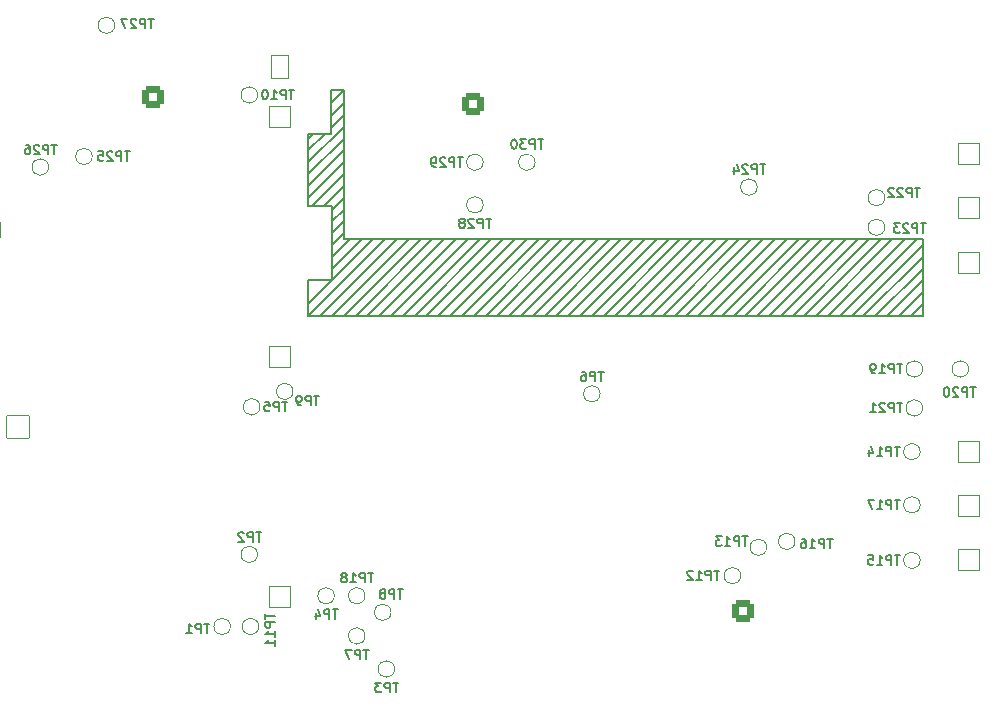
<source format=gbo>
%TF.GenerationSoftware,KiCad,Pcbnew,(6.0.7)*%
%TF.CreationDate,2022-08-15T19:03:41+05:00*%
%TF.ProjectId,RubyLink_revB,52756279-4c69-46e6-9b5f-726576422e6b,rev?*%
%TF.SameCoordinates,Original*%
%TF.FileFunction,Legend,Bot*%
%TF.FilePolarity,Positive*%
%FSLAX46Y46*%
G04 Gerber Fmt 4.6, Leading zero omitted, Abs format (unit mm)*
G04 Created by KiCad (PCBNEW (6.0.7)) date 2022-08-15 19:03:41*
%MOMM*%
%LPD*%
G01*
G04 APERTURE LIST*
G04 Aperture macros list*
%AMRoundRect*
0 Rectangle with rounded corners*
0 $1 Rounding radius*
0 $2 $3 $4 $5 $6 $7 $8 $9 X,Y pos of 4 corners*
0 Add a 4 corners polygon primitive as box body*
4,1,4,$2,$3,$4,$5,$6,$7,$8,$9,$2,$3,0*
0 Add four circle primitives for the rounded corners*
1,1,$1+$1,$2,$3*
1,1,$1+$1,$4,$5*
1,1,$1+$1,$6,$7*
1,1,$1+$1,$8,$9*
0 Add four rect primitives between the rounded corners*
20,1,$1+$1,$2,$3,$4,$5,0*
20,1,$1+$1,$4,$5,$6,$7,0*
20,1,$1+$1,$6,$7,$8,$9,0*
20,1,$1+$1,$8,$9,$2,$3,0*%
G04 Aperture macros list end*
%ADD10C,0.150000*%
%ADD11C,0.153000*%
%ADD12C,0.120000*%
%ADD13C,2.800000*%
%ADD14RoundRect,0.050000X0.900000X0.900000X-0.900000X0.900000X-0.900000X-0.900000X0.900000X-0.900000X0*%
%ADD15C,1.900000*%
%ADD16RoundRect,0.300000X0.600000X-0.600000X0.600000X0.600000X-0.600000X0.600000X-0.600000X-0.600000X0*%
%ADD17C,1.800000*%
%ADD18RoundRect,0.050000X-0.750000X-1.000000X0.750000X-1.000000X0.750000X1.000000X-0.750000X1.000000X0*%
%ADD19O,1.600000X2.100000*%
%ADD20RoundRect,0.050000X-0.714000X0.714000X-0.714000X-0.714000X0.714000X-0.714000X0.714000X0.714000X0*%
%ADD21C,1.528000*%
%ADD22C,3.416000*%
%ADD23C,2.474900*%
%ADD24C,1.090600*%
%ADD25RoundRect,0.300000X-0.600000X0.600000X-0.600000X-0.600000X0.600000X-0.600000X0.600000X0.600000X0*%
%ADD26C,3.350000*%
%ADD27C,2.700000*%
%ADD28C,1.990000*%
%ADD29RoundRect,0.050000X-0.950000X0.950000X-0.950000X-0.950000X0.950000X-0.950000X0.950000X0.950000X0*%
%ADD30C,2.000000*%
%ADD31RoundRect,0.300000X-0.600000X-0.600000X0.600000X-0.600000X0.600000X0.600000X-0.600000X0.600000X0*%
%ADD32C,1.100000*%
G04 APERTURE END LIST*
D10*
X165060000Y-65870000D02*
X158560000Y-72370000D01*
X127560000Y-67370000D02*
X129060000Y-65870000D01*
X125560000Y-71370000D02*
X131060000Y-65870000D01*
X158060000Y-65870000D02*
X151560000Y-72370000D01*
X147060000Y-65870000D02*
X140560000Y-72370000D01*
X174560000Y-72370000D02*
X177560000Y-69370000D01*
X177560000Y-65870000D02*
X177560000Y-72370000D01*
X125560000Y-72370000D02*
X125560000Y-69370000D01*
X137060000Y-65870000D02*
X130560000Y-72370000D01*
X126960000Y-56970000D02*
X125560000Y-58370000D01*
X155060000Y-65870000D02*
X148560000Y-72370000D01*
X144060000Y-65870000D02*
X137560000Y-72370000D01*
X164060000Y-65870000D02*
X157560000Y-72370000D01*
X143060000Y-65870000D02*
X136560000Y-72370000D01*
X164560000Y-72370000D02*
X171060000Y-65870000D01*
X126560000Y-72370000D02*
X133060000Y-65870000D01*
X140060000Y-65870000D02*
X133560000Y-72370000D01*
X127560000Y-64370000D02*
X128560000Y-63370000D01*
X166560000Y-72370000D02*
X173060000Y-65870000D01*
X146060000Y-65870000D02*
X139560000Y-72370000D01*
X128560000Y-64370000D02*
X127560000Y-65370000D01*
X171560000Y-72370000D02*
X177560000Y-66370000D01*
X127560000Y-63070000D02*
X127560000Y-69370000D01*
X127560000Y-63070000D02*
X125560000Y-63070000D01*
X125560000Y-63070000D02*
X125560000Y-56970000D01*
X151060000Y-65870000D02*
X144560000Y-72370000D01*
X160560000Y-72370000D02*
X167060000Y-65870000D01*
X161560000Y-72370000D02*
X168060000Y-65870000D01*
X175560000Y-72370000D02*
X177560000Y-70370000D01*
X173560000Y-72370000D02*
X177560000Y-68370000D01*
X132060000Y-65870000D02*
X125560000Y-72370000D01*
X127560000Y-66370000D02*
X128560000Y-65370000D01*
X153060000Y-65870000D02*
X146560000Y-72370000D01*
X135060000Y-65870000D02*
X128560000Y-72370000D01*
X160060000Y-65870000D02*
X153560000Y-72370000D01*
X152060000Y-65870000D02*
X145560000Y-72370000D01*
X128560000Y-57370000D02*
X125560000Y-60370000D01*
X134060000Y-65870000D02*
X127560000Y-72370000D01*
X177560000Y-72370000D02*
X125560000Y-72370000D01*
X177560000Y-65870000D02*
X128560000Y-65870000D01*
X127460000Y-56970000D02*
X127460000Y-53220000D01*
X128560000Y-62370000D02*
X127560000Y-63370000D01*
X159060000Y-65870000D02*
X152560000Y-72370000D01*
X162560000Y-72370000D02*
X169060000Y-65870000D01*
X128560000Y-55370000D02*
X127460000Y-56470000D01*
X163060000Y-65870000D02*
X156560000Y-72370000D01*
X156060000Y-65870000D02*
X149560000Y-72370000D01*
X169560000Y-72370000D02*
X176060000Y-65870000D01*
X161060000Y-65870000D02*
X154560000Y-72370000D01*
X149060000Y-65870000D02*
X142560000Y-72370000D01*
X162060000Y-65870000D02*
X155560000Y-72370000D01*
X127460000Y-56970000D02*
X125560000Y-56970000D01*
X145060000Y-65870000D02*
X138560000Y-72370000D01*
X142060000Y-65870000D02*
X135560000Y-72370000D01*
X130060000Y-65870000D02*
X127560000Y-68370000D01*
X127560000Y-69370000D02*
X125560000Y-69370000D01*
X163560000Y-72370000D02*
X170060000Y-65870000D01*
X170560000Y-72370000D02*
X177060000Y-65870000D01*
X138060000Y-65870000D02*
X131560000Y-72370000D01*
X128560000Y-58370000D02*
X125560000Y-61370000D01*
X128560000Y-53220000D02*
X127460000Y-54320000D01*
X141060000Y-65870000D02*
X134560000Y-72370000D01*
X176560000Y-72370000D02*
X177560000Y-71370000D01*
X129560000Y-72370000D02*
X136060000Y-65870000D01*
X126860000Y-63070000D02*
X128560000Y-61370000D01*
X154060000Y-65870000D02*
X147560000Y-72370000D01*
X148060000Y-65870000D02*
X141560000Y-72370000D01*
X150060000Y-65870000D02*
X143560000Y-72370000D01*
X172560000Y-72370000D02*
X177560000Y-67370000D01*
X125960000Y-56970000D02*
X125560000Y-57370000D01*
X128560000Y-59370000D02*
X125560000Y-62370000D01*
X139060000Y-65870000D02*
X132560000Y-72370000D01*
X128560000Y-54320000D02*
X127460000Y-55420000D01*
X128560000Y-56370000D02*
X125560000Y-59370000D01*
X165560000Y-72370000D02*
X172060000Y-65870000D01*
X166060000Y-65870000D02*
X159560000Y-72370000D01*
X168510000Y-72370000D02*
X175010000Y-65870000D01*
X157060000Y-65870000D02*
X150560000Y-72370000D01*
X128560000Y-60370000D02*
X125860000Y-63070000D01*
X128560000Y-53220000D02*
X127460000Y-53220000D01*
X167560000Y-72370000D02*
X174060000Y-65870000D01*
X128560000Y-53220000D02*
X128560000Y-65870000D01*
D11*
X130669523Y-100631904D02*
X130212380Y-100631904D01*
X130440952Y-101431904D02*
X130440952Y-100631904D01*
X129945714Y-101431904D02*
X129945714Y-100631904D01*
X129640952Y-100631904D01*
X129564761Y-100670000D01*
X129526666Y-100708095D01*
X129488571Y-100784285D01*
X129488571Y-100898571D01*
X129526666Y-100974761D01*
X129564761Y-101012857D01*
X129640952Y-101050952D01*
X129945714Y-101050952D01*
X129221904Y-100631904D02*
X128688571Y-100631904D01*
X129031428Y-101431904D01*
X121569523Y-90683904D02*
X121112380Y-90683904D01*
X121340952Y-91483904D02*
X121340952Y-90683904D01*
X120845714Y-91483904D02*
X120845714Y-90683904D01*
X120540952Y-90683904D01*
X120464761Y-90722000D01*
X120426666Y-90760095D01*
X120388571Y-90836285D01*
X120388571Y-90950571D01*
X120426666Y-91026761D01*
X120464761Y-91064857D01*
X120540952Y-91102952D01*
X120845714Y-91102952D01*
X120083809Y-90760095D02*
X120045714Y-90722000D01*
X119969523Y-90683904D01*
X119779047Y-90683904D01*
X119702857Y-90722000D01*
X119664761Y-90760095D01*
X119626666Y-90836285D01*
X119626666Y-90912476D01*
X119664761Y-91026761D01*
X120121904Y-91483904D01*
X119626666Y-91483904D01*
X182050476Y-78431904D02*
X181593333Y-78431904D01*
X181821904Y-79231904D02*
X181821904Y-78431904D01*
X181326666Y-79231904D02*
X181326666Y-78431904D01*
X181021904Y-78431904D01*
X180945714Y-78470000D01*
X180907619Y-78508095D01*
X180869523Y-78584285D01*
X180869523Y-78698571D01*
X180907619Y-78774761D01*
X180945714Y-78812857D01*
X181021904Y-78850952D01*
X181326666Y-78850952D01*
X180564761Y-78508095D02*
X180526666Y-78470000D01*
X180450476Y-78431904D01*
X180260000Y-78431904D01*
X180183809Y-78470000D01*
X180145714Y-78508095D01*
X180107619Y-78584285D01*
X180107619Y-78660476D01*
X180145714Y-78774761D01*
X180602857Y-79231904D01*
X180107619Y-79231904D01*
X179612380Y-78431904D02*
X179536190Y-78431904D01*
X179460000Y-78470000D01*
X179421904Y-78508095D01*
X179383809Y-78584285D01*
X179345714Y-78736666D01*
X179345714Y-78927142D01*
X179383809Y-79079523D01*
X179421904Y-79155714D01*
X179460000Y-79193809D01*
X179536190Y-79231904D01*
X179612380Y-79231904D01*
X179688571Y-79193809D01*
X179726666Y-79155714D01*
X179764761Y-79079523D01*
X179802857Y-78927142D01*
X179802857Y-78736666D01*
X179764761Y-78584285D01*
X179726666Y-78508095D01*
X179688571Y-78470000D01*
X179612380Y-78431904D01*
X117169523Y-98431904D02*
X116712380Y-98431904D01*
X116940952Y-99231904D02*
X116940952Y-98431904D01*
X116445714Y-99231904D02*
X116445714Y-98431904D01*
X116140952Y-98431904D01*
X116064761Y-98470000D01*
X116026666Y-98508095D01*
X115988571Y-98584285D01*
X115988571Y-98698571D01*
X116026666Y-98774761D01*
X116064761Y-98812857D01*
X116140952Y-98850952D01*
X116445714Y-98850952D01*
X115226666Y-99231904D02*
X115683809Y-99231904D01*
X115455238Y-99231904D02*
X115455238Y-98431904D01*
X115531428Y-98546190D01*
X115607619Y-98622380D01*
X115683809Y-98660476D01*
X138650476Y-58931904D02*
X138193333Y-58931904D01*
X138421904Y-59731904D02*
X138421904Y-58931904D01*
X137926666Y-59731904D02*
X137926666Y-58931904D01*
X137621904Y-58931904D01*
X137545714Y-58970000D01*
X137507619Y-59008095D01*
X137469523Y-59084285D01*
X137469523Y-59198571D01*
X137507619Y-59274761D01*
X137545714Y-59312857D01*
X137621904Y-59350952D01*
X137926666Y-59350952D01*
X137164761Y-59008095D02*
X137126666Y-58970000D01*
X137050476Y-58931904D01*
X136860000Y-58931904D01*
X136783809Y-58970000D01*
X136745714Y-59008095D01*
X136707619Y-59084285D01*
X136707619Y-59160476D01*
X136745714Y-59274761D01*
X137202857Y-59731904D01*
X136707619Y-59731904D01*
X136326666Y-59731904D02*
X136174285Y-59731904D01*
X136098095Y-59693809D01*
X136060000Y-59655714D01*
X135983809Y-59541428D01*
X135945714Y-59389047D01*
X135945714Y-59084285D01*
X135983809Y-59008095D01*
X136021904Y-58970000D01*
X136098095Y-58931904D01*
X136250476Y-58931904D01*
X136326666Y-58970000D01*
X136364761Y-59008095D01*
X136402857Y-59084285D01*
X136402857Y-59274761D01*
X136364761Y-59350952D01*
X136326666Y-59389047D01*
X136250476Y-59427142D01*
X136098095Y-59427142D01*
X136021904Y-59389047D01*
X135983809Y-59350952D01*
X135945714Y-59274761D01*
X131050476Y-94131904D02*
X130593333Y-94131904D01*
X130821904Y-94931904D02*
X130821904Y-94131904D01*
X130326666Y-94931904D02*
X130326666Y-94131904D01*
X130021904Y-94131904D01*
X129945714Y-94170000D01*
X129907619Y-94208095D01*
X129869523Y-94284285D01*
X129869523Y-94398571D01*
X129907619Y-94474761D01*
X129945714Y-94512857D01*
X130021904Y-94550952D01*
X130326666Y-94550952D01*
X129107619Y-94931904D02*
X129564761Y-94931904D01*
X129336190Y-94931904D02*
X129336190Y-94131904D01*
X129412380Y-94246190D01*
X129488571Y-94322380D01*
X129564761Y-94360476D01*
X128650476Y-94474761D02*
X128726666Y-94436666D01*
X128764761Y-94398571D01*
X128802857Y-94322380D01*
X128802857Y-94284285D01*
X128764761Y-94208095D01*
X128726666Y-94170000D01*
X128650476Y-94131904D01*
X128498095Y-94131904D01*
X128421904Y-94170000D01*
X128383809Y-94208095D01*
X128345714Y-94284285D01*
X128345714Y-94322380D01*
X128383809Y-94398571D01*
X128421904Y-94436666D01*
X128498095Y-94474761D01*
X128650476Y-94474761D01*
X128726666Y-94512857D01*
X128764761Y-94550952D01*
X128802857Y-94627142D01*
X128802857Y-94779523D01*
X128764761Y-94855714D01*
X128726666Y-94893809D01*
X128650476Y-94931904D01*
X128498095Y-94931904D01*
X128421904Y-94893809D01*
X128383809Y-94855714D01*
X128345714Y-94779523D01*
X128345714Y-94627142D01*
X128383809Y-94550952D01*
X128421904Y-94512857D01*
X128498095Y-94474761D01*
X145450476Y-57431904D02*
X144993333Y-57431904D01*
X145221904Y-58231904D02*
X145221904Y-57431904D01*
X144726666Y-58231904D02*
X144726666Y-57431904D01*
X144421904Y-57431904D01*
X144345714Y-57470000D01*
X144307619Y-57508095D01*
X144269523Y-57584285D01*
X144269523Y-57698571D01*
X144307619Y-57774761D01*
X144345714Y-57812857D01*
X144421904Y-57850952D01*
X144726666Y-57850952D01*
X144002857Y-57431904D02*
X143507619Y-57431904D01*
X143774285Y-57736666D01*
X143660000Y-57736666D01*
X143583809Y-57774761D01*
X143545714Y-57812857D01*
X143507619Y-57889047D01*
X143507619Y-58079523D01*
X143545714Y-58155714D01*
X143583809Y-58193809D01*
X143660000Y-58231904D01*
X143888571Y-58231904D01*
X143964761Y-58193809D01*
X144002857Y-58155714D01*
X143012380Y-57431904D02*
X142936190Y-57431904D01*
X142860000Y-57470000D01*
X142821904Y-57508095D01*
X142783809Y-57584285D01*
X142745714Y-57736666D01*
X142745714Y-57927142D01*
X142783809Y-58079523D01*
X142821904Y-58155714D01*
X142860000Y-58193809D01*
X142936190Y-58231904D01*
X143012380Y-58231904D01*
X143088571Y-58193809D01*
X143126666Y-58155714D01*
X143164761Y-58079523D01*
X143202857Y-57927142D01*
X143202857Y-57736666D01*
X143164761Y-57584285D01*
X143126666Y-57508095D01*
X143088571Y-57470000D01*
X143012380Y-57431904D01*
X177350476Y-61531904D02*
X176893333Y-61531904D01*
X177121904Y-62331904D02*
X177121904Y-61531904D01*
X176626666Y-62331904D02*
X176626666Y-61531904D01*
X176321904Y-61531904D01*
X176245714Y-61570000D01*
X176207619Y-61608095D01*
X176169523Y-61684285D01*
X176169523Y-61798571D01*
X176207619Y-61874761D01*
X176245714Y-61912857D01*
X176321904Y-61950952D01*
X176626666Y-61950952D01*
X175864761Y-61608095D02*
X175826666Y-61570000D01*
X175750476Y-61531904D01*
X175560000Y-61531904D01*
X175483809Y-61570000D01*
X175445714Y-61608095D01*
X175407619Y-61684285D01*
X175407619Y-61760476D01*
X175445714Y-61874761D01*
X175902857Y-62331904D01*
X175407619Y-62331904D01*
X175102857Y-61608095D02*
X175064761Y-61570000D01*
X174988571Y-61531904D01*
X174798095Y-61531904D01*
X174721904Y-61570000D01*
X174683809Y-61608095D01*
X174645714Y-61684285D01*
X174645714Y-61760476D01*
X174683809Y-61874761D01*
X175140952Y-62331904D01*
X174645714Y-62331904D01*
X133569523Y-95531904D02*
X133112380Y-95531904D01*
X133340952Y-96331904D02*
X133340952Y-95531904D01*
X132845714Y-96331904D02*
X132845714Y-95531904D01*
X132540952Y-95531904D01*
X132464761Y-95570000D01*
X132426666Y-95608095D01*
X132388571Y-95684285D01*
X132388571Y-95798571D01*
X132426666Y-95874761D01*
X132464761Y-95912857D01*
X132540952Y-95950952D01*
X132845714Y-95950952D01*
X131931428Y-95874761D02*
X132007619Y-95836666D01*
X132045714Y-95798571D01*
X132083809Y-95722380D01*
X132083809Y-95684285D01*
X132045714Y-95608095D01*
X132007619Y-95570000D01*
X131931428Y-95531904D01*
X131779047Y-95531904D01*
X131702857Y-95570000D01*
X131664761Y-95608095D01*
X131626666Y-95684285D01*
X131626666Y-95722380D01*
X131664761Y-95798571D01*
X131702857Y-95836666D01*
X131779047Y-95874761D01*
X131931428Y-95874761D01*
X132007619Y-95912857D01*
X132045714Y-95950952D01*
X132083809Y-96027142D01*
X132083809Y-96179523D01*
X132045714Y-96255714D01*
X132007619Y-96293809D01*
X131931428Y-96331904D01*
X131779047Y-96331904D01*
X131702857Y-96293809D01*
X131664761Y-96255714D01*
X131626666Y-96179523D01*
X131626666Y-96027142D01*
X131664761Y-95950952D01*
X131702857Y-95912857D01*
X131779047Y-95874761D01*
X126469523Y-79131904D02*
X126012380Y-79131904D01*
X126240952Y-79931904D02*
X126240952Y-79131904D01*
X125745714Y-79931904D02*
X125745714Y-79131904D01*
X125440952Y-79131904D01*
X125364761Y-79170000D01*
X125326666Y-79208095D01*
X125288571Y-79284285D01*
X125288571Y-79398571D01*
X125326666Y-79474761D01*
X125364761Y-79512857D01*
X125440952Y-79550952D01*
X125745714Y-79550952D01*
X124907619Y-79931904D02*
X124755238Y-79931904D01*
X124679047Y-79893809D01*
X124640952Y-79855714D01*
X124564761Y-79741428D01*
X124526666Y-79589047D01*
X124526666Y-79284285D01*
X124564761Y-79208095D01*
X124602857Y-79170000D01*
X124679047Y-79131904D01*
X124831428Y-79131904D01*
X124907619Y-79170000D01*
X124945714Y-79208095D01*
X124983809Y-79284285D01*
X124983809Y-79474761D01*
X124945714Y-79550952D01*
X124907619Y-79589047D01*
X124831428Y-79627142D01*
X124679047Y-79627142D01*
X124602857Y-79589047D01*
X124564761Y-79550952D01*
X124526666Y-79474761D01*
X169950476Y-91231904D02*
X169493333Y-91231904D01*
X169721904Y-92031904D02*
X169721904Y-91231904D01*
X169226666Y-92031904D02*
X169226666Y-91231904D01*
X168921904Y-91231904D01*
X168845714Y-91270000D01*
X168807619Y-91308095D01*
X168769523Y-91384285D01*
X168769523Y-91498571D01*
X168807619Y-91574761D01*
X168845714Y-91612857D01*
X168921904Y-91650952D01*
X169226666Y-91650952D01*
X168007619Y-92031904D02*
X168464761Y-92031904D01*
X168236190Y-92031904D02*
X168236190Y-91231904D01*
X168312380Y-91346190D01*
X168388571Y-91422380D01*
X168464761Y-91460476D01*
X167321904Y-91231904D02*
X167474285Y-91231904D01*
X167550476Y-91270000D01*
X167588571Y-91308095D01*
X167664761Y-91422380D01*
X167702857Y-91574761D01*
X167702857Y-91879523D01*
X167664761Y-91955714D01*
X167626666Y-91993809D01*
X167550476Y-92031904D01*
X167398095Y-92031904D01*
X167321904Y-91993809D01*
X167283809Y-91955714D01*
X167245714Y-91879523D01*
X167245714Y-91689047D01*
X167283809Y-91612857D01*
X167321904Y-91574761D01*
X167398095Y-91536666D01*
X167550476Y-91536666D01*
X167626666Y-91574761D01*
X167664761Y-91612857D01*
X167702857Y-91689047D01*
X110450476Y-58431904D02*
X109993333Y-58431904D01*
X110221904Y-59231904D02*
X110221904Y-58431904D01*
X109726666Y-59231904D02*
X109726666Y-58431904D01*
X109421904Y-58431904D01*
X109345714Y-58470000D01*
X109307619Y-58508095D01*
X109269523Y-58584285D01*
X109269523Y-58698571D01*
X109307619Y-58774761D01*
X109345714Y-58812857D01*
X109421904Y-58850952D01*
X109726666Y-58850952D01*
X108964761Y-58508095D02*
X108926666Y-58470000D01*
X108850476Y-58431904D01*
X108660000Y-58431904D01*
X108583809Y-58470000D01*
X108545714Y-58508095D01*
X108507619Y-58584285D01*
X108507619Y-58660476D01*
X108545714Y-58774761D01*
X109002857Y-59231904D01*
X108507619Y-59231904D01*
X107783809Y-58431904D02*
X108164761Y-58431904D01*
X108202857Y-58812857D01*
X108164761Y-58774761D01*
X108088571Y-58736666D01*
X107898095Y-58736666D01*
X107821904Y-58774761D01*
X107783809Y-58812857D01*
X107745714Y-58889047D01*
X107745714Y-59079523D01*
X107783809Y-59155714D01*
X107821904Y-59193809D01*
X107898095Y-59231904D01*
X108088571Y-59231904D01*
X108164761Y-59193809D01*
X108202857Y-59155714D01*
X123769523Y-79631904D02*
X123312380Y-79631904D01*
X123540952Y-80431904D02*
X123540952Y-79631904D01*
X123045714Y-80431904D02*
X123045714Y-79631904D01*
X122740952Y-79631904D01*
X122664761Y-79670000D01*
X122626666Y-79708095D01*
X122588571Y-79784285D01*
X122588571Y-79898571D01*
X122626666Y-79974761D01*
X122664761Y-80012857D01*
X122740952Y-80050952D01*
X123045714Y-80050952D01*
X121864761Y-79631904D02*
X122245714Y-79631904D01*
X122283809Y-80012857D01*
X122245714Y-79974761D01*
X122169523Y-79936666D01*
X121979047Y-79936666D01*
X121902857Y-79974761D01*
X121864761Y-80012857D01*
X121826666Y-80089047D01*
X121826666Y-80279523D01*
X121864761Y-80355714D01*
X121902857Y-80393809D01*
X121979047Y-80431904D01*
X122169523Y-80431904D01*
X122245714Y-80393809D01*
X122283809Y-80355714D01*
X177850476Y-64531904D02*
X177393333Y-64531904D01*
X177621904Y-65331904D02*
X177621904Y-64531904D01*
X177126666Y-65331904D02*
X177126666Y-64531904D01*
X176821904Y-64531904D01*
X176745714Y-64570000D01*
X176707619Y-64608095D01*
X176669523Y-64684285D01*
X176669523Y-64798571D01*
X176707619Y-64874761D01*
X176745714Y-64912857D01*
X176821904Y-64950952D01*
X177126666Y-64950952D01*
X176364761Y-64608095D02*
X176326666Y-64570000D01*
X176250476Y-64531904D01*
X176060000Y-64531904D01*
X175983809Y-64570000D01*
X175945714Y-64608095D01*
X175907619Y-64684285D01*
X175907619Y-64760476D01*
X175945714Y-64874761D01*
X176402857Y-65331904D01*
X175907619Y-65331904D01*
X175640952Y-64531904D02*
X175145714Y-64531904D01*
X175412380Y-64836666D01*
X175298095Y-64836666D01*
X175221904Y-64874761D01*
X175183809Y-64912857D01*
X175145714Y-64989047D01*
X175145714Y-65179523D01*
X175183809Y-65255714D01*
X175221904Y-65293809D01*
X175298095Y-65331904D01*
X175526666Y-65331904D01*
X175602857Y-65293809D01*
X175640952Y-65255714D01*
X112450476Y-47231904D02*
X111993333Y-47231904D01*
X112221904Y-48031904D02*
X112221904Y-47231904D01*
X111726666Y-48031904D02*
X111726666Y-47231904D01*
X111421904Y-47231904D01*
X111345714Y-47270000D01*
X111307619Y-47308095D01*
X111269523Y-47384285D01*
X111269523Y-47498571D01*
X111307619Y-47574761D01*
X111345714Y-47612857D01*
X111421904Y-47650952D01*
X111726666Y-47650952D01*
X110964761Y-47308095D02*
X110926666Y-47270000D01*
X110850476Y-47231904D01*
X110660000Y-47231904D01*
X110583809Y-47270000D01*
X110545714Y-47308095D01*
X110507619Y-47384285D01*
X110507619Y-47460476D01*
X110545714Y-47574761D01*
X111002857Y-48031904D01*
X110507619Y-48031904D01*
X110240952Y-47231904D02*
X109707619Y-47231904D01*
X110050476Y-48031904D01*
X162750476Y-91031904D02*
X162293333Y-91031904D01*
X162521904Y-91831904D02*
X162521904Y-91031904D01*
X162026666Y-91831904D02*
X162026666Y-91031904D01*
X161721904Y-91031904D01*
X161645714Y-91070000D01*
X161607619Y-91108095D01*
X161569523Y-91184285D01*
X161569523Y-91298571D01*
X161607619Y-91374761D01*
X161645714Y-91412857D01*
X161721904Y-91450952D01*
X162026666Y-91450952D01*
X160807619Y-91831904D02*
X161264761Y-91831904D01*
X161036190Y-91831904D02*
X161036190Y-91031904D01*
X161112380Y-91146190D01*
X161188571Y-91222380D01*
X161264761Y-91260476D01*
X160540952Y-91031904D02*
X160045714Y-91031904D01*
X160312380Y-91336666D01*
X160198095Y-91336666D01*
X160121904Y-91374761D01*
X160083809Y-91412857D01*
X160045714Y-91489047D01*
X160045714Y-91679523D01*
X160083809Y-91755714D01*
X160121904Y-91793809D01*
X160198095Y-91831904D01*
X160426666Y-91831904D01*
X160502857Y-91793809D01*
X160540952Y-91755714D01*
X175650476Y-92631904D02*
X175193333Y-92631904D01*
X175421904Y-93431904D02*
X175421904Y-92631904D01*
X174926666Y-93431904D02*
X174926666Y-92631904D01*
X174621904Y-92631904D01*
X174545714Y-92670000D01*
X174507619Y-92708095D01*
X174469523Y-92784285D01*
X174469523Y-92898571D01*
X174507619Y-92974761D01*
X174545714Y-93012857D01*
X174621904Y-93050952D01*
X174926666Y-93050952D01*
X173707619Y-93431904D02*
X174164761Y-93431904D01*
X173936190Y-93431904D02*
X173936190Y-92631904D01*
X174012380Y-92746190D01*
X174088571Y-92822380D01*
X174164761Y-92860476D01*
X172983809Y-92631904D02*
X173364761Y-92631904D01*
X173402857Y-93012857D01*
X173364761Y-92974761D01*
X173288571Y-92936666D01*
X173098095Y-92936666D01*
X173021904Y-92974761D01*
X172983809Y-93012857D01*
X172945714Y-93089047D01*
X172945714Y-93279523D01*
X172983809Y-93355714D01*
X173021904Y-93393809D01*
X173098095Y-93431904D01*
X173288571Y-93431904D01*
X173364761Y-93393809D01*
X173402857Y-93355714D01*
X150569523Y-77083904D02*
X150112380Y-77083904D01*
X150340952Y-77883904D02*
X150340952Y-77083904D01*
X149845714Y-77883904D02*
X149845714Y-77083904D01*
X149540952Y-77083904D01*
X149464761Y-77122000D01*
X149426666Y-77160095D01*
X149388571Y-77236285D01*
X149388571Y-77350571D01*
X149426666Y-77426761D01*
X149464761Y-77464857D01*
X149540952Y-77502952D01*
X149845714Y-77502952D01*
X148702857Y-77083904D02*
X148855238Y-77083904D01*
X148931428Y-77122000D01*
X148969523Y-77160095D01*
X149045714Y-77274380D01*
X149083809Y-77426761D01*
X149083809Y-77731523D01*
X149045714Y-77807714D01*
X149007619Y-77845809D01*
X148931428Y-77883904D01*
X148779047Y-77883904D01*
X148702857Y-77845809D01*
X148664761Y-77807714D01*
X148626666Y-77731523D01*
X148626666Y-77541047D01*
X148664761Y-77464857D01*
X148702857Y-77426761D01*
X148779047Y-77388666D01*
X148931428Y-77388666D01*
X149007619Y-77426761D01*
X149045714Y-77464857D01*
X149083809Y-77541047D01*
X128069523Y-97231904D02*
X127612380Y-97231904D01*
X127840952Y-98031904D02*
X127840952Y-97231904D01*
X127345714Y-98031904D02*
X127345714Y-97231904D01*
X127040952Y-97231904D01*
X126964761Y-97270000D01*
X126926666Y-97308095D01*
X126888571Y-97384285D01*
X126888571Y-97498571D01*
X126926666Y-97574761D01*
X126964761Y-97612857D01*
X127040952Y-97650952D01*
X127345714Y-97650952D01*
X126202857Y-97498571D02*
X126202857Y-98031904D01*
X126393333Y-97193809D02*
X126583809Y-97765238D01*
X126088571Y-97765238D01*
X175850476Y-76431904D02*
X175393333Y-76431904D01*
X175621904Y-77231904D02*
X175621904Y-76431904D01*
X175126666Y-77231904D02*
X175126666Y-76431904D01*
X174821904Y-76431904D01*
X174745714Y-76470000D01*
X174707619Y-76508095D01*
X174669523Y-76584285D01*
X174669523Y-76698571D01*
X174707619Y-76774761D01*
X174745714Y-76812857D01*
X174821904Y-76850952D01*
X175126666Y-76850952D01*
X173907619Y-77231904D02*
X174364761Y-77231904D01*
X174136190Y-77231904D02*
X174136190Y-76431904D01*
X174212380Y-76546190D01*
X174288571Y-76622380D01*
X174364761Y-76660476D01*
X173526666Y-77231904D02*
X173374285Y-77231904D01*
X173298095Y-77193809D01*
X173260000Y-77155714D01*
X173183809Y-77041428D01*
X173145714Y-76889047D01*
X173145714Y-76584285D01*
X173183809Y-76508095D01*
X173221904Y-76470000D01*
X173298095Y-76431904D01*
X173450476Y-76431904D01*
X173526666Y-76470000D01*
X173564761Y-76508095D01*
X173602857Y-76584285D01*
X173602857Y-76774761D01*
X173564761Y-76850952D01*
X173526666Y-76889047D01*
X173450476Y-76927142D01*
X173298095Y-76927142D01*
X173221904Y-76889047D01*
X173183809Y-76850952D01*
X173145714Y-76774761D01*
X133169523Y-103431904D02*
X132712380Y-103431904D01*
X132940952Y-104231904D02*
X132940952Y-103431904D01*
X132445714Y-104231904D02*
X132445714Y-103431904D01*
X132140952Y-103431904D01*
X132064761Y-103470000D01*
X132026666Y-103508095D01*
X131988571Y-103584285D01*
X131988571Y-103698571D01*
X132026666Y-103774761D01*
X132064761Y-103812857D01*
X132140952Y-103850952D01*
X132445714Y-103850952D01*
X131721904Y-103431904D02*
X131226666Y-103431904D01*
X131493333Y-103736666D01*
X131379047Y-103736666D01*
X131302857Y-103774761D01*
X131264761Y-103812857D01*
X131226666Y-103889047D01*
X131226666Y-104079523D01*
X131264761Y-104155714D01*
X131302857Y-104193809D01*
X131379047Y-104231904D01*
X131607619Y-104231904D01*
X131683809Y-104193809D01*
X131721904Y-104155714D01*
X121921904Y-97579523D02*
X121921904Y-98036666D01*
X122721904Y-97808095D02*
X121921904Y-97808095D01*
X122721904Y-98303333D02*
X121921904Y-98303333D01*
X121921904Y-98608095D01*
X121960000Y-98684285D01*
X121998095Y-98722380D01*
X122074285Y-98760476D01*
X122188571Y-98760476D01*
X122264761Y-98722380D01*
X122302857Y-98684285D01*
X122340952Y-98608095D01*
X122340952Y-98303333D01*
X122721904Y-99522380D02*
X122721904Y-99065238D01*
X122721904Y-99293809D02*
X121921904Y-99293809D01*
X122036190Y-99217619D01*
X122112380Y-99141428D01*
X122150476Y-99065238D01*
X122721904Y-100284285D02*
X122721904Y-99827142D01*
X122721904Y-100055714D02*
X121921904Y-100055714D01*
X122036190Y-99979523D01*
X122112380Y-99903333D01*
X122150476Y-99827142D01*
X124350476Y-53231904D02*
X123893333Y-53231904D01*
X124121904Y-54031904D02*
X124121904Y-53231904D01*
X123626666Y-54031904D02*
X123626666Y-53231904D01*
X123321904Y-53231904D01*
X123245714Y-53270000D01*
X123207619Y-53308095D01*
X123169523Y-53384285D01*
X123169523Y-53498571D01*
X123207619Y-53574761D01*
X123245714Y-53612857D01*
X123321904Y-53650952D01*
X123626666Y-53650952D01*
X122407619Y-54031904D02*
X122864761Y-54031904D01*
X122636190Y-54031904D02*
X122636190Y-53231904D01*
X122712380Y-53346190D01*
X122788571Y-53422380D01*
X122864761Y-53460476D01*
X121912380Y-53231904D02*
X121836190Y-53231904D01*
X121760000Y-53270000D01*
X121721904Y-53308095D01*
X121683809Y-53384285D01*
X121645714Y-53536666D01*
X121645714Y-53727142D01*
X121683809Y-53879523D01*
X121721904Y-53955714D01*
X121760000Y-53993809D01*
X121836190Y-54031904D01*
X121912380Y-54031904D01*
X121988571Y-53993809D01*
X122026666Y-53955714D01*
X122064761Y-53879523D01*
X122102857Y-53727142D01*
X122102857Y-53536666D01*
X122064761Y-53384285D01*
X122026666Y-53308095D01*
X121988571Y-53270000D01*
X121912380Y-53231904D01*
X175650476Y-87931904D02*
X175193333Y-87931904D01*
X175421904Y-88731904D02*
X175421904Y-87931904D01*
X174926666Y-88731904D02*
X174926666Y-87931904D01*
X174621904Y-87931904D01*
X174545714Y-87970000D01*
X174507619Y-88008095D01*
X174469523Y-88084285D01*
X174469523Y-88198571D01*
X174507619Y-88274761D01*
X174545714Y-88312857D01*
X174621904Y-88350952D01*
X174926666Y-88350952D01*
X173707619Y-88731904D02*
X174164761Y-88731904D01*
X173936190Y-88731904D02*
X173936190Y-87931904D01*
X174012380Y-88046190D01*
X174088571Y-88122380D01*
X174164761Y-88160476D01*
X173440952Y-87931904D02*
X172907619Y-87931904D01*
X173250476Y-88731904D01*
X160350476Y-93931904D02*
X159893333Y-93931904D01*
X160121904Y-94731904D02*
X160121904Y-93931904D01*
X159626666Y-94731904D02*
X159626666Y-93931904D01*
X159321904Y-93931904D01*
X159245714Y-93970000D01*
X159207619Y-94008095D01*
X159169523Y-94084285D01*
X159169523Y-94198571D01*
X159207619Y-94274761D01*
X159245714Y-94312857D01*
X159321904Y-94350952D01*
X159626666Y-94350952D01*
X158407619Y-94731904D02*
X158864761Y-94731904D01*
X158636190Y-94731904D02*
X158636190Y-93931904D01*
X158712380Y-94046190D01*
X158788571Y-94122380D01*
X158864761Y-94160476D01*
X158102857Y-94008095D02*
X158064761Y-93970000D01*
X157988571Y-93931904D01*
X157798095Y-93931904D01*
X157721904Y-93970000D01*
X157683809Y-94008095D01*
X157645714Y-94084285D01*
X157645714Y-94160476D01*
X157683809Y-94274761D01*
X158140952Y-94731904D01*
X157645714Y-94731904D01*
X175650476Y-83431904D02*
X175193333Y-83431904D01*
X175421904Y-84231904D02*
X175421904Y-83431904D01*
X174926666Y-84231904D02*
X174926666Y-83431904D01*
X174621904Y-83431904D01*
X174545714Y-83470000D01*
X174507619Y-83508095D01*
X174469523Y-83584285D01*
X174469523Y-83698571D01*
X174507619Y-83774761D01*
X174545714Y-83812857D01*
X174621904Y-83850952D01*
X174926666Y-83850952D01*
X173707619Y-84231904D02*
X174164761Y-84231904D01*
X173936190Y-84231904D02*
X173936190Y-83431904D01*
X174012380Y-83546190D01*
X174088571Y-83622380D01*
X174164761Y-83660476D01*
X173021904Y-83698571D02*
X173021904Y-84231904D01*
X173212380Y-83393809D02*
X173402857Y-83965238D01*
X172907619Y-83965238D01*
X141050476Y-64131904D02*
X140593333Y-64131904D01*
X140821904Y-64931904D02*
X140821904Y-64131904D01*
X140326666Y-64931904D02*
X140326666Y-64131904D01*
X140021904Y-64131904D01*
X139945714Y-64170000D01*
X139907619Y-64208095D01*
X139869523Y-64284285D01*
X139869523Y-64398571D01*
X139907619Y-64474761D01*
X139945714Y-64512857D01*
X140021904Y-64550952D01*
X140326666Y-64550952D01*
X139564761Y-64208095D02*
X139526666Y-64170000D01*
X139450476Y-64131904D01*
X139260000Y-64131904D01*
X139183809Y-64170000D01*
X139145714Y-64208095D01*
X139107619Y-64284285D01*
X139107619Y-64360476D01*
X139145714Y-64474761D01*
X139602857Y-64931904D01*
X139107619Y-64931904D01*
X138650476Y-64474761D02*
X138726666Y-64436666D01*
X138764761Y-64398571D01*
X138802857Y-64322380D01*
X138802857Y-64284285D01*
X138764761Y-64208095D01*
X138726666Y-64170000D01*
X138650476Y-64131904D01*
X138498095Y-64131904D01*
X138421904Y-64170000D01*
X138383809Y-64208095D01*
X138345714Y-64284285D01*
X138345714Y-64322380D01*
X138383809Y-64398571D01*
X138421904Y-64436666D01*
X138498095Y-64474761D01*
X138650476Y-64474761D01*
X138726666Y-64512857D01*
X138764761Y-64550952D01*
X138802857Y-64627142D01*
X138802857Y-64779523D01*
X138764761Y-64855714D01*
X138726666Y-64893809D01*
X138650476Y-64931904D01*
X138498095Y-64931904D01*
X138421904Y-64893809D01*
X138383809Y-64855714D01*
X138345714Y-64779523D01*
X138345714Y-64627142D01*
X138383809Y-64550952D01*
X138421904Y-64512857D01*
X138498095Y-64474761D01*
X104250476Y-57883904D02*
X103793333Y-57883904D01*
X104021904Y-58683904D02*
X104021904Y-57883904D01*
X103526666Y-58683904D02*
X103526666Y-57883904D01*
X103221904Y-57883904D01*
X103145714Y-57922000D01*
X103107619Y-57960095D01*
X103069523Y-58036285D01*
X103069523Y-58150571D01*
X103107619Y-58226761D01*
X103145714Y-58264857D01*
X103221904Y-58302952D01*
X103526666Y-58302952D01*
X102764761Y-57960095D02*
X102726666Y-57922000D01*
X102650476Y-57883904D01*
X102460000Y-57883904D01*
X102383809Y-57922000D01*
X102345714Y-57960095D01*
X102307619Y-58036285D01*
X102307619Y-58112476D01*
X102345714Y-58226761D01*
X102802857Y-58683904D01*
X102307619Y-58683904D01*
X101621904Y-57883904D02*
X101774285Y-57883904D01*
X101850476Y-57922000D01*
X101888571Y-57960095D01*
X101964761Y-58074380D01*
X102002857Y-58226761D01*
X102002857Y-58531523D01*
X101964761Y-58607714D01*
X101926666Y-58645809D01*
X101850476Y-58683904D01*
X101698095Y-58683904D01*
X101621904Y-58645809D01*
X101583809Y-58607714D01*
X101545714Y-58531523D01*
X101545714Y-58341047D01*
X101583809Y-58264857D01*
X101621904Y-58226761D01*
X101698095Y-58188666D01*
X101850476Y-58188666D01*
X101926666Y-58226761D01*
X101964761Y-58264857D01*
X102002857Y-58341047D01*
X175850476Y-79731904D02*
X175393333Y-79731904D01*
X175621904Y-80531904D02*
X175621904Y-79731904D01*
X175126666Y-80531904D02*
X175126666Y-79731904D01*
X174821904Y-79731904D01*
X174745714Y-79770000D01*
X174707619Y-79808095D01*
X174669523Y-79884285D01*
X174669523Y-79998571D01*
X174707619Y-80074761D01*
X174745714Y-80112857D01*
X174821904Y-80150952D01*
X175126666Y-80150952D01*
X174364761Y-79808095D02*
X174326666Y-79770000D01*
X174250476Y-79731904D01*
X174060000Y-79731904D01*
X173983809Y-79770000D01*
X173945714Y-79808095D01*
X173907619Y-79884285D01*
X173907619Y-79960476D01*
X173945714Y-80074761D01*
X174402857Y-80531904D01*
X173907619Y-80531904D01*
X173145714Y-80531904D02*
X173602857Y-80531904D01*
X173374285Y-80531904D02*
X173374285Y-79731904D01*
X173450476Y-79846190D01*
X173526666Y-79922380D01*
X173602857Y-79960476D01*
X164250476Y-59531904D02*
X163793333Y-59531904D01*
X164021904Y-60331904D02*
X164021904Y-59531904D01*
X163526666Y-60331904D02*
X163526666Y-59531904D01*
X163221904Y-59531904D01*
X163145714Y-59570000D01*
X163107619Y-59608095D01*
X163069523Y-59684285D01*
X163069523Y-59798571D01*
X163107619Y-59874761D01*
X163145714Y-59912857D01*
X163221904Y-59950952D01*
X163526666Y-59950952D01*
X162764761Y-59608095D02*
X162726666Y-59570000D01*
X162650476Y-59531904D01*
X162460000Y-59531904D01*
X162383809Y-59570000D01*
X162345714Y-59608095D01*
X162307619Y-59684285D01*
X162307619Y-59760476D01*
X162345714Y-59874761D01*
X162802857Y-60331904D01*
X162307619Y-60331904D01*
X161621904Y-59798571D02*
X161621904Y-60331904D01*
X161812380Y-59493809D02*
X162002857Y-60065238D01*
X161507619Y-60065238D01*
D12*
X130360000Y-99470000D02*
G75*
G03*
X130360000Y-99470000I-700000J0D01*
G01*
X121260000Y-92570000D02*
G75*
G03*
X121260000Y-92570000I-700000J0D01*
G01*
X181460000Y-76870000D02*
G75*
G03*
X181460000Y-76870000I-700000J0D01*
G01*
X118960000Y-98670000D02*
G75*
G03*
X118960000Y-98670000I-700000J0D01*
G01*
X140360000Y-59370000D02*
G75*
G03*
X140360000Y-59370000I-700000J0D01*
G01*
X130360000Y-96070000D02*
G75*
G03*
X130360000Y-96070000I-700000J0D01*
G01*
X144760000Y-59370000D02*
G75*
G03*
X144760000Y-59370000I-700000J0D01*
G01*
X174360000Y-62370000D02*
G75*
G03*
X174360000Y-62370000I-700000J0D01*
G01*
X132560000Y-97470000D02*
G75*
G03*
X132560000Y-97470000I-700000J0D01*
G01*
X124260000Y-78770000D02*
G75*
G03*
X124260000Y-78770000I-700000J0D01*
G01*
X166760000Y-91470000D02*
G75*
G03*
X166760000Y-91470000I-700000J0D01*
G01*
X107260000Y-58870000D02*
G75*
G03*
X107260000Y-58870000I-700000J0D01*
G01*
X121460000Y-80070000D02*
G75*
G03*
X121460000Y-80070000I-700000J0D01*
G01*
X174360000Y-64870000D02*
G75*
G03*
X174360000Y-64870000I-700000J0D01*
G01*
X109160000Y-47770000D02*
G75*
G03*
X109160000Y-47770000I-700000J0D01*
G01*
X164360000Y-91970000D02*
G75*
G03*
X164360000Y-91970000I-700000J0D01*
G01*
X177360000Y-93070000D02*
G75*
G03*
X177360000Y-93070000I-700000J0D01*
G01*
X150260000Y-78970000D02*
G75*
G03*
X150260000Y-78970000I-700000J0D01*
G01*
X127760000Y-96070000D02*
G75*
G03*
X127760000Y-96070000I-700000J0D01*
G01*
X177560000Y-76870000D02*
G75*
G03*
X177560000Y-76870000I-700000J0D01*
G01*
X132860000Y-102270000D02*
G75*
G03*
X132860000Y-102270000I-700000J0D01*
G01*
X121360000Y-98670000D02*
G75*
G03*
X121360000Y-98670000I-700000J0D01*
G01*
X121260000Y-53670000D02*
G75*
G03*
X121260000Y-53670000I-700000J0D01*
G01*
X177360000Y-88370000D02*
G75*
G03*
X177360000Y-88370000I-700000J0D01*
G01*
X162160000Y-94370000D02*
G75*
G03*
X162160000Y-94370000I-700000J0D01*
G01*
X177360000Y-83870000D02*
G75*
G03*
X177360000Y-83870000I-700000J0D01*
G01*
X140360000Y-62970000D02*
G75*
G03*
X140360000Y-62970000I-700000J0D01*
G01*
X103560000Y-59770000D02*
G75*
G03*
X103560000Y-59770000I-700000J0D01*
G01*
X177560000Y-80170000D02*
G75*
G03*
X177560000Y-80170000I-700000J0D01*
G01*
X163560000Y-61470000D02*
G75*
G03*
X163560000Y-61470000I-700000J0D01*
G01*
%LPC*%
D13*
X100000000Y-51740000D03*
X171120000Y-100000000D03*
D14*
X181535000Y-83870000D03*
D15*
X178995000Y-83870000D03*
D16*
X139500000Y-54400000D03*
D17*
X139500000Y-51860000D03*
X142040000Y-54400000D03*
X142040000Y-51860000D03*
X144580000Y-54400000D03*
X144580000Y-51860000D03*
X147120000Y-54400000D03*
X147120000Y-51860000D03*
X149660000Y-54400000D03*
X149660000Y-51860000D03*
X152200000Y-54400000D03*
X152200000Y-51860000D03*
X154740000Y-54400000D03*
X154740000Y-51860000D03*
X157280000Y-54400000D03*
X157280000Y-51860000D03*
X159820000Y-54400000D03*
X159820000Y-51860000D03*
X162360000Y-54400000D03*
X162360000Y-51860000D03*
D14*
X123135000Y-55570000D03*
D15*
X120595000Y-55570000D03*
D14*
X181535000Y-93070000D03*
D15*
X178995000Y-93070000D03*
D14*
X123135000Y-75870000D03*
D15*
X120595000Y-75870000D03*
D18*
X123197500Y-51337500D03*
D19*
X125737500Y-51337500D03*
X128277500Y-51337500D03*
X130817500Y-51337500D03*
D14*
X181535000Y-58670000D03*
D15*
X178995000Y-58670000D03*
D20*
X98813000Y-65120000D03*
D21*
X98813000Y-62620000D03*
X96813000Y-62620000D03*
X96813000Y-65120000D03*
D22*
X94103000Y-69890000D03*
X94103000Y-57850000D03*
D13*
X100000000Y-100000000D03*
X171120000Y-51740000D03*
D23*
X120720000Y-64585000D03*
D24*
X124276000Y-62680000D03*
D23*
X125800000Y-64585000D03*
D24*
X123260000Y-67760000D03*
D23*
X125800000Y-67760000D03*
X120720000Y-67760000D03*
D24*
X122244000Y-62680000D03*
D14*
X123135000Y-96170000D03*
D15*
X120595000Y-96170000D03*
D14*
X181535000Y-63270000D03*
D15*
X178995000Y-63270000D03*
D25*
X162360000Y-97390000D03*
D17*
X162360000Y-99930000D03*
X159820000Y-97390000D03*
X159820000Y-99930000D03*
X157280000Y-97390000D03*
X157280000Y-99930000D03*
X154740000Y-97390000D03*
X154740000Y-99930000D03*
X152200000Y-97390000D03*
X152200000Y-99930000D03*
X149660000Y-97390000D03*
X149660000Y-99930000D03*
X147120000Y-97390000D03*
X147120000Y-99930000D03*
X144580000Y-97390000D03*
X144580000Y-99930000D03*
X142040000Y-97390000D03*
X142040000Y-99930000D03*
X139500000Y-97390000D03*
X139500000Y-99930000D03*
D26*
X94630000Y-91915000D03*
X94630000Y-80485000D03*
D27*
X97680000Y-93975000D03*
X97680000Y-78425000D03*
D28*
X91250000Y-92525000D03*
X89730000Y-89985000D03*
X91250000Y-82415000D03*
X89730000Y-79875000D03*
D29*
X100970000Y-81755000D03*
D30*
X103510000Y-83025000D03*
X100970000Y-84295000D03*
X103510000Y-85565000D03*
X100970000Y-86835000D03*
X103510000Y-88105000D03*
X100970000Y-89375000D03*
X103510000Y-90645000D03*
D31*
X112447500Y-53820000D03*
D17*
X114987500Y-53820000D03*
X112447500Y-56360000D03*
X114987500Y-56360000D03*
X112447500Y-58900000D03*
X114987500Y-58900000D03*
X112447500Y-61440000D03*
X114987500Y-61440000D03*
X112447500Y-63980000D03*
X114987500Y-63980000D03*
D14*
X181535000Y-67870000D03*
D15*
X178995000Y-67870000D03*
D14*
X181535000Y-88470000D03*
D15*
X178995000Y-88470000D03*
D32*
X129660000Y-99470000D03*
X120560000Y-92570000D03*
X180760000Y-76870000D03*
X118260000Y-98670000D03*
X139660000Y-59370000D03*
X129660000Y-96070000D03*
X144060000Y-59370000D03*
X173660000Y-62370000D03*
X131860000Y-97470000D03*
X123560000Y-78770000D03*
X166060000Y-91470000D03*
X106560000Y-58870000D03*
X120760000Y-80070000D03*
X173660000Y-64870000D03*
X108460000Y-47770000D03*
X163660000Y-91970000D03*
X176660000Y-93070000D03*
X149560000Y-78970000D03*
X127060000Y-96070000D03*
X176860000Y-76870000D03*
X132160000Y-102270000D03*
X120660000Y-98670000D03*
X120560000Y-53670000D03*
X176660000Y-88370000D03*
X161460000Y-94370000D03*
X176660000Y-83870000D03*
X139660000Y-62970000D03*
X102860000Y-59770000D03*
X176860000Y-80170000D03*
X162860000Y-61470000D03*
M02*

</source>
